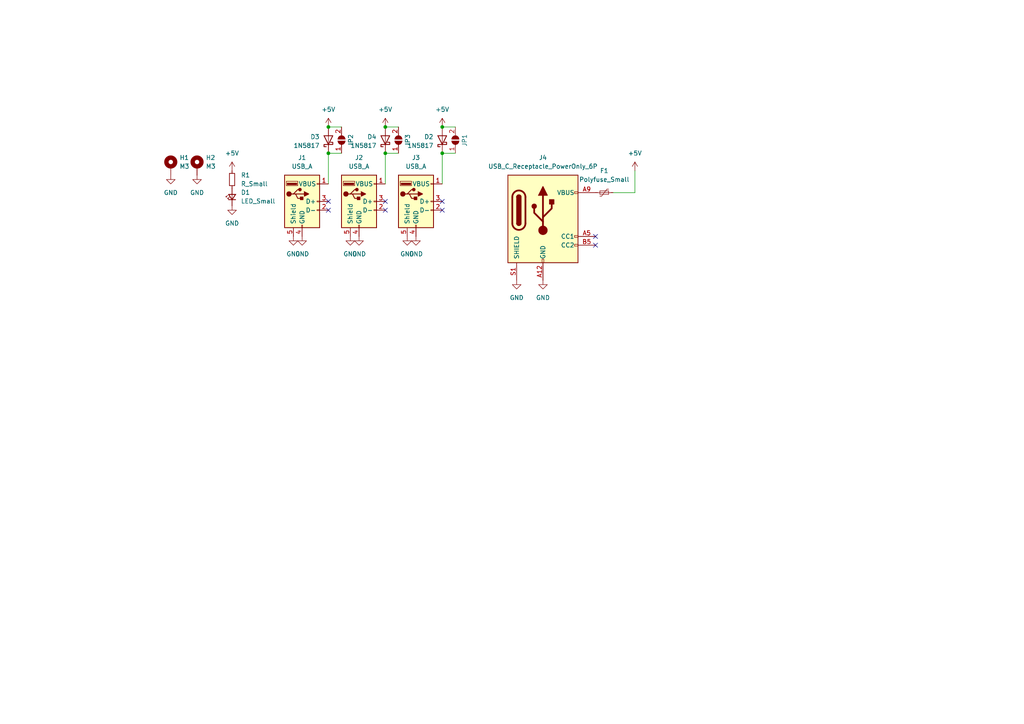
<source format=kicad_sch>
(kicad_sch (version 20230121) (generator eeschema)
  (paper "A4")
  (lib_symbols
    (symbol "Connector:USB_A" (pin_names (offset 1.016))
      (property "Reference" "J" (at -5.08 11.43 0))
      (property "Value" "USB_A" (at -5.08 8.89 0))
      (symbol "USB_A_0_1"
        (rectangle (start -5.08 -7.62) (end 5.08 7.62) (stroke (width 0.254)) (fill (type background)))
        (circle (center -3.81 2.159) (radius 0.635) (stroke (width 0.254)) (fill (type outline)))
        (rectangle (start -1.524 4.826) (end -4.318 5.334) (fill (type outline)))
        (rectangle (start -1.27 4.572) (end -4.572 5.842))
        (circle (center -0.635 3.429) (radius 0.381) (stroke (width 0.254)) (fill (type outline)))
        (rectangle (start -0.127 -7.62) (end 0.127 -6.858))
        (polyline (pts (xy -3.175 2.159) (xy -2.54 2.159) (xy -1.27 3.429) (xy -0.635 3.429)) (stroke (width 0.254)))
        (polyline (pts (xy -2.54 2.159) (xy -1.905 2.159) (xy -1.27 0.889) (xy 0 0.889)) (stroke (width 0.254)))
        (polyline (pts (xy 0.635 2.794) (xy 0.635 1.524) (xy 1.905 2.159) (xy 0.635 2.794)) (stroke (width 0.254)) (fill (type outline)))
        (rectangle (start 0.254 1.27) (end -0.508 0.508) (stroke (width 0.254)) (fill (type outline)))
        (rectangle (start 5.08 -2.667) (end 4.318 -2.413))
        (rectangle (start 5.08 -0.127) (end 4.318 0.127))
        (rectangle (start 5.08 4.953) (end 4.318 5.207))
      )
      (symbol "USB_A_1_1"
        (polyline (pts (xy -1.905 2.159) (xy 0.635 2.159)) (stroke (width 0.254)))
        (pin power_in line (at 7.62 5.08 180) (length 2.54) (name "VBUS") (number "1"))
        (pin bidirectional line (at 7.62 -2.54 180) (length 2.54) (name "D-") (number "2"))
        (pin bidirectional line (at 7.62 0 180) (length 2.54) (name "D+") (number "3"))
        (pin power_in line (at 0 -10.16 90) (length 2.54) (name "GND") (number "4"))
        (pin passive line (at -2.54 -10.16 90) (length 2.54) (name "Shield") (number "5"))
      )
    )
    (symbol "Connector:USB_C_Receptacle_PowerOnly_6P" (pin_names (offset 1.016))
      (property "Reference" "J" (at 0 16.51 0))
      (property "Value" "USB_C_Receptacle_PowerOnly_6P" (at 0 13.97 0))
      (symbol "USB_C_Receptacle_PowerOnly_6P_0_0"
        (rectangle (start -0.254 -12.7) (end 0.254 -11.684))
        (rectangle (start 10.16 -7.366) (end 9.144 -7.874))
        (rectangle (start 10.16 -4.826) (end 9.144 -5.334))
        (rectangle (start 10.16 7.874) (end 9.144 7.366))
      )
      (symbol "USB_C_Receptacle_PowerOnly_6P_0_1"
        (rectangle (start -10.16 12.7) (end 10.16 -12.7) (stroke (width 0.254)) (fill (type background)))
        (arc (start -8.89 -1.27) (mid -6.985 -3.1667) (end -5.08 -1.27) (stroke (width 0.508)))
        (arc (start -7.62 -1.27) (mid -6.985 -1.9023) (end -6.35 -1.27) (stroke (width 0.254)))
        (arc (start -7.62 -1.27) (mid -6.985 -1.9023) (end -6.35 -1.27) (stroke (width 0.254)) (fill (type outline)))
        (rectangle (start -7.62 -1.27) (end -6.35 6.35) (stroke (width 0.254)) (fill (type outline)))
        (arc (start -6.35 6.35) (mid -6.985 6.9823) (end -7.62 6.35) (stroke (width 0.254)))
        (arc (start -6.35 6.35) (mid -6.985 6.9823) (end -7.62 6.35) (stroke (width 0.254)) (fill (type outline)))
        (arc (start -5.08 6.35) (mid -6.985 8.2467) (end -8.89 6.35) (stroke (width 0.508)))
        (circle (center -2.54 3.683) (radius 0.635) (stroke (width 0.254)) (fill (type outline)))
        (circle (center 0 -3.302) (radius 1.27) (fill (type outline)))
        (polyline (pts (xy -8.89 -1.27) (xy -8.89 6.35)) (stroke (width 0.508)))
        (polyline (pts (xy -5.08 6.35) (xy -5.08 -1.27)) (stroke (width 0.508)))
        (polyline (pts (xy 0 -3.302) (xy 0 6.858)) (stroke (width 0.508)))
        (polyline (pts (xy 0 -0.762) (xy -2.54 1.778) (xy -2.54 3.048)) (stroke (width 0.508)))
        (polyline (pts (xy 0 0.508) (xy 2.54 3.048) (xy 2.54 4.318)) (stroke (width 0.508)))
        (polyline (pts (xy -1.27 6.858) (xy 0 9.398) (xy 1.27 6.858) (xy -1.27 6.858)) (stroke (width 0.254)) (fill (type outline)))
        (rectangle (start 1.905 4.318) (end 3.175 5.588) (stroke (width 0.254)) (fill (type outline)))
      )
      (symbol "USB_C_Receptacle_PowerOnly_6P_1_1"
        (pin passive line (at 0 -17.78 90) (length 5.08) (name "GND") (number "A12"))
        (pin bidirectional line (at 15.24 -5.08 180) (length 5.08) (name "CC1") (number "A5"))
        (pin passive line (at 15.24 7.62 180) (length 5.08) (name "VBUS") (number "A9"))
        (pin passive line (at 0 -17.78 90) (length 5.08) hide (name "GND") (number "B12"))
        (pin bidirectional line (at 15.24 -7.62 180) (length 5.08) (name "CC2") (number "B5"))
        (pin passive line (at 15.24 7.62 180) (length 5.08) hide (name "VBUS") (number "B9"))
        (pin passive line (at -7.62 -17.78 90) (length 5.08) (name "SHIELD") (number "S1"))
      )
    )
    (symbol "Device:LED_Small" (pin_numbers hide) (pin_names (offset 0.254) hide)
      (property "Reference" "D" (at -1.27 3.175 0))
      (property "Value" "LED_Small" (at -4.445 -2.54 0))
      (symbol "LED_Small_0_1"
        (polyline (pts (xy -0.762 -1.016) (xy -0.762 1.016)) (stroke (width 0.254)))
        (polyline (pts (xy 1.016 0) (xy -0.762 0)))
        (polyline (pts (xy 0.762 -1.016) (xy -0.762 0) (xy 0.762 1.016) (xy 0.762 -1.016)) (stroke (width 0.254)))
        (polyline (pts (xy 0 0.762) (xy -0.508 1.27) (xy -0.254 1.27) (xy -0.508 1.27) (xy -0.508 1.016)))
        (polyline (pts (xy 0.508 1.27) (xy 0 1.778) (xy 0.254 1.778) (xy 0 1.778) (xy 0 1.524)))
      )
      (symbol "LED_Small_1_1"
        (pin passive line (at -2.54 0 0) (length 1.778) (name "K") (number "1"))
        (pin passive line (at 2.54 0 180) (length 1.778) (name "A") (number "2"))
      )
    )
    (symbol "Device:Polyfuse_Small" (pin_numbers hide) (pin_names (offset 0))
      (property "Reference" "F" (at -1.905 0 90))
      (property "Value" "Polyfuse_Small" (at 1.905 0 90))
      (symbol "Polyfuse_Small_0_1"
        (rectangle (start -0.508 1.27) (end 0.508 -1.27))
        (polyline (pts (xy 0 2.54) (xy 0 -2.54)))
        (polyline (pts (xy -1.016 1.27) (xy -1.016 0.762) (xy 1.016 -0.762) (xy 1.016 -1.27)))
      )
      (symbol "Polyfuse_Small_1_1"
        (pin passive line (at 0 2.54 270) (length 0.635) (name "~") (number "1"))
        (pin passive line (at 0 -2.54 90) (length 0.635) (name "~") (number "2"))
      )
    )
    (symbol "Device:R_Small" (pin_numbers hide) (pin_names (offset 0.254) hide)
      (property "Reference" "R" (at 0.762 0.508 0))
      (property "Value" "R_Small" (at 0.762 -1.016 0))
      (symbol "R_Small_0_1"
        (rectangle (start -0.762 1.778) (end 0.762 -1.778) (stroke (width 0.2032)))
      )
      (symbol "R_Small_1_1"
        (pin passive line (at 0 2.54 270) (length 0.762) (name "~") (number "1"))
        (pin passive line (at 0 -2.54 90) (length 0.762) (name "~") (number "2"))
      )
    )
    (symbol "Diode:1N5817" (pin_numbers hide) (pin_names (offset 1.016) hide)
      (property "Reference" "D" (at 0 2.54 0))
      (property "Value" "1N5817" (at 0 -2.54 0))
      (symbol "1N5817_0_1"
        (polyline (pts (xy 1.27 0) (xy -1.27 0)))
        (polyline (pts (xy 1.27 1.27) (xy 1.27 -1.27) (xy -1.27 0) (xy 1.27 1.27)) (stroke (width 0.254)))
        (polyline (pts (xy -1.905 0.635) (xy -1.905 1.27) (xy -1.27 1.27) (xy -1.27 -1.27) (xy -0.635 -1.27) (xy -0.635 -0.635)) (stroke (width 0.254)))
      )
      (symbol "1N5817_1_1"
        (pin passive line (at -3.81 0 0) (length 2.54) (name "K") (number "1"))
        (pin passive line (at 3.81 0 180) (length 2.54) (name "A") (number "2"))
      )
    )
    (symbol "Jumper:SolderJumper_2_Open" (pin_names (offset 0) hide)
      (property "Reference" "JP" (at 0 2.032 0))
      (property "Value" "SolderJumper_2_Open" (at 0 -2.54 0))
      (symbol "SolderJumper_2_Open_0_1"
        (arc (start -0.254 1.016) (mid -1.2656 0) (end -0.254 -1.016))
        (arc (start -0.254 1.016) (mid -1.2656 0) (end -0.254 -1.016) (fill (type outline)))
        (polyline (pts (xy -0.254 1.016) (xy -0.254 -1.016)))
        (polyline (pts (xy 0.254 1.016) (xy 0.254 -1.016)))
        (arc (start 0.254 -1.016) (mid 1.2656 0) (end 0.254 1.016))
        (arc (start 0.254 -1.016) (mid 1.2656 0) (end 0.254 1.016) (fill (type outline)))
      )
      (symbol "SolderJumper_2_Open_1_1"
        (pin passive line (at -3.81 0 0) (length 2.54) (name "A") (number "1"))
        (pin passive line (at 3.81 0 180) (length 2.54) (name "B") (number "2"))
      )
    )
    (symbol "Mechanical:MountingHole_Pad" (pin_numbers hide) (pin_names (offset 1.016) hide)
      (property "Reference" "H" (at 0 6.35 0))
      (property "Value" "MountingHole_Pad" (at 0 4.445 0))
      (symbol "MountingHole_Pad_0_1"
        (circle (center 0 1.27) (radius 1.27) (stroke (width 1.27)))
      )
      (symbol "MountingHole_Pad_1_1"
        (pin input line (at 0 -2.54 90) (length 2.54) (name "1") (number "1"))
      )
    )
    (symbol "power:+5V" (power) (pin_names (offset 0))
      (property "Value" "+5V" (at 0 3.556 0))
      (symbol "+5V_0_1"
        (polyline (pts (xy -0.762 1.27) (xy 0 2.54)))
        (polyline (pts (xy 0 0) (xy 0 2.54)))
        (polyline (pts (xy 0 2.54) (xy 0.762 1.27)))
      )
      (symbol "+5V_1_1"
        (pin power_in line (at 0 0 90) (length 0) hide (name "+5V") (number "1"))
      )
    )
    (symbol "power:GND" (power) (pin_names (offset 0))
      (property "Value" "GND" (at 0 -3.81 0))
      (symbol "GND_0_1"
        (polyline (pts (xy 0 0) (xy 0 -1.27) (xy 1.27 -1.27) (xy 0 -2.54) (xy -1.27 -1.27) (xy 0 -1.27)))
      )
      (symbol "GND_1_1"
        (pin power_in line (at 0 0 270) (length 0) hide (name "GND") (number "1"))
      )
    )
  )
  (junction (at 111.76 44.45))
  (junction (at 95.25 44.45))
  (junction (at 95.25 36.83))
  (junction (at 111.76 36.83))
  (junction (at 128.27 44.45))
  (junction (at 128.27 36.83))
  (no_connect (at 95.25 60.96))
  (no_connect (at 128.27 58.42))
  (no_connect (at 95.25 58.42))
  (no_connect (at 172.72 68.58))
  (no_connect (at 111.76 60.96))
  (no_connect (at 128.27 60.96))
  (no_connect (at 172.72 71.12))
  (no_connect (at 111.76 58.42))
  (wire (pts (xy 95.25 44.45) (xy 99.06 44.45)))
  (wire (pts (xy 128.27 36.83) (xy 132.08 36.83)))
  (wire (pts (xy 111.76 44.45) (xy 115.57 44.45)))
  (wire (pts (xy 95.25 44.45) (xy 95.25 53.34)))
  (wire (pts (xy 128.27 44.45) (xy 132.08 44.45)))
  (wire (pts (xy 184.15 49.53) (xy 184.15 55.88)))
  (wire (pts (xy 184.15 55.88) (xy 177.8 55.88)))
  (wire (pts (xy 111.76 44.45) (xy 111.76 53.34)))
  (wire (pts (xy 95.25 36.83) (xy 99.06 36.83)))
  (wire (pts (xy 128.27 44.45) (xy 128.27 53.34)))
  (wire (pts (xy 111.76 36.83) (xy 115.57 36.83)))
  (symbol (lib_id "Diode:1N5817") (at 95.25 40.64 90) (unit 1)
    (property "Reference" "D3" (at 92.71 39.6875 90) (effects (justify left)))
    (property "Value" "1N5817" (at 92.71 42.2275 90) (effects (justify left)))
    (property "Footprint" "Diode_THT:D_DO-41_SOD81_P10.16mm_Horizontal" (effects hide))
    (property "Datasheet" "http://www.vishay.com/docs/88525/1n5817.pdf" (effects hide))
  )
  (symbol (lib_id "Device:Polyfuse_Small") (at 175.26 55.88 90) (unit 1)
    (property "Reference" "F1" (at 175.26 49.53 90))
    (property "Value" "Polyfuse_Small" (at 175.26 52.07 90))
    (property "Footprint" "PCM_Fuse_US_AKL:Fuse_Littelfuse-LVR200" (effects hide))
  )
  (symbol (lib_id "power:+5V") (at 184.15 49.53 0) (unit 1)
    (property "Reference" "#PWR014" (effects hide))
    (property "Value" "+5V" (at 184.15 44.45 0))
  )
  (symbol (lib_id "Device:LED_Small") (at 67.31 57.15 90) (unit 1)
    (property "Reference" "D1" (at 69.85 55.8165 90) (effects (justify right)))
    (property "Value" "LED_Small" (at 69.85 58.3565 90) (effects (justify right)))
    (property "Footprint" "LED_THT:LED_D5.0mm_Horizontal_O1.27mm_Z3.0mm" (effects hide))
  )
  (symbol (lib_id "power:GND") (at 85.09 68.58 0) (unit 1)
    (property "Reference" "#PWR02" (effects hide))
    (property "Value" "GND" (at 85.09 73.66 0))
  )
  (symbol (lib_id "Jumper:SolderJumper_2_Open") (at 99.06 40.64 90) (unit 1)
    (property "Reference" "JP2" (at 101.7204 38.8739 0) (effects (justify right)))
    (property "Value" "SolderJumper_2_Open" (effects hide))
    (property "Footprint" "Jumper:SolderJumper-2_P1.3mm_Open_Pad1.0x1.5mm" (effects hide))
  )
  (symbol (lib_id "power:GND") (at 57.15 50.8 0) (unit 1)
    (property "Reference" "#PWR011" (effects hide))
    (property "Value" "GND" (at 57.15 55.88 0))
  )
  (symbol (lib_id "Connector:USB_C_Receptacle_PowerOnly_6P") (at 157.48 63.5 0) (unit 1)
    (property "Reference" "J4" (at 157.48 45.72 0))
    (property "Value" "USB_C_Receptacle_PowerOnly_6P" (at 157.48 48.26 0))
    (property "Footprint" "Connector_USB:USB_C_Receptacle_GCT_USB4125-xx-x_6P_TopMnt_Horizontal" (effects hide))
    (property "Datasheet" "https://www.usb.org/sites/default/files/documents/usb_type-c.zip" (effects hide))
  )
  (symbol (lib_id "power:GND") (at 149.86 81.28 0) (unit 1)
    (property "Reference" "#PWR016" (effects hide))
    (property "Value" "GND" (at 149.86 86.36 0))
  )
  (symbol (lib_id "Diode:1N5817") (at 128.27 40.64 90) (unit 1)
    (property "Reference" "D2" (at 125.73 39.6875 90) (effects (justify left)))
    (property "Value" "1N5817" (at 125.73 42.2275 90) (effects (justify left)))
    (property "Footprint" "Diode_THT:D_DO-41_SOD81_P10.16mm_Horizontal" (effects hide))
    (property "Datasheet" "http://www.vishay.com/docs/88525/1n5817.pdf" (effects hide))
  )
  (symbol (lib_id "Connector:USB_A") (at 87.63 58.42 0) (unit 1)
    (property "Reference" "J1" (at 87.63 45.72 0))
    (property "Value" "USB_A" (at 87.63 48.26 0))
    (property "Footprint" "Connector_USB:USB_A_Molex_67643_Horizontal" (effects hide))
    (property "Datasheet" " ~" (effects hide))
  )
  (symbol (lib_id "Jumper:SolderJumper_2_Open") (at 115.57 40.64 90) (unit 1)
    (property "Reference" "JP3" (at 118.2304 38.8739 0) (effects (justify right)))
    (property "Value" "SolderJumper_2_Open" (effects hide))
    (property "Footprint" "Jumper:SolderJumper-2_P1.3mm_Open_Pad1.0x1.5mm" (effects hide))
  )
  (symbol (lib_id "power:+5V") (at 95.25 36.83 0) (unit 1)
    (property "Reference" "#PWR06" (effects hide))
    (property "Value" "+5V" (at 95.25 31.75 0))
  )
  (symbol (lib_id "Connector:USB_A") (at 120.65 58.42 0) (unit 1)
    (property "Reference" "J3" (at 120.65 45.72 0))
    (property "Value" "USB_A" (at 120.65 48.26 0))
    (property "Footprint" "Connector_USB:USB_A_Molex_67643_Horizontal" (effects hide))
    (property "Datasheet" " ~" (effects hide))
  )
  (symbol (lib_id "power:GND") (at 101.6 68.58 0) (unit 1)
    (property "Reference" "#PWR04" (effects hide))
    (property "Value" "GND" (at 101.6 73.66 0))
  )
  (symbol (lib_id "power:GND") (at 104.14 68.58 0) (unit 1)
    (property "Reference" "#PWR05" (effects hide))
    (property "Value" "GND" (at 104.14 73.66 0))
  )
  (symbol (lib_id "Mechanical:MountingHole_Pad") (at 49.53 48.26 0) (unit 1)
    (property "Reference" "H1" (at 52.07 45.72 0) (effects (justify left)))
    (property "Value" "M3" (at 52.07 48.26 0) (effects (justify left)))
    (property "Footprint" "MountingHole:MountingHole_3.2mm_M3_Pad_Via" (effects hide))
  )
  (symbol (lib_id "power:GND") (at 118.11 68.58 0) (unit 1)
    (property "Reference" "#PWR07" (effects hide))
    (property "Value" "GND" (at 118.11 73.66 0))
  )
  (symbol (lib_id "Jumper:SolderJumper_2_Open") (at 132.08 40.64 90) (unit 1)
    (property "Reference" "JP1" (at 134.7404 38.8739 0) (effects (justify right)))
    (property "Value" "SolderJumper_2_Open" (effects hide))
    (property "Footprint" "Jumper:SolderJumper-2_P1.3mm_Open_Pad1.0x1.5mm" (effects hide))
  )
  (symbol (lib_id "Device:R_Small") (at 67.31 52.07 0) (unit 1)
    (property "Reference" "R1" (at 69.85 50.8 0) (effects (justify left)))
    (property "Value" "R_Small" (at 69.85 53.34 0) (effects (justify left)))
    (property "Footprint" "Resistor_SMD:R_1206_3216Metric_Pad1.30x1.75mm_HandSolder" (effects hide))
  )
  (symbol (lib_id "power:GND") (at 67.31 59.69 0) (unit 1)
    (property "Reference" "#PWR012" (effects hide))
    (property "Value" "GND" (at 67.31 64.77 0))
  )
  (symbol (lib_id "power:+5V") (at 67.31 49.53 0) (unit 1)
    (property "Reference" "#PWR013" (effects hide))
    (property "Value" "+5V" (at 67.31 44.45 0))
  )
  (symbol (lib_id "Mechanical:MountingHole_Pad") (at 57.15 48.26 0) (unit 1)
    (property "Reference" "H2" (at 59.69 45.72 0) (effects (justify left)))
    (property "Value" "M3" (at 59.69 48.26 0) (effects (justify left)))
    (property "Footprint" "MountingHole:MountingHole_3.2mm_M3_Pad_Via" (effects hide))
  )
  (symbol (lib_id "power:+5V") (at 111.76 36.83 0) (unit 1)
    (property "Reference" "#PWR09" (effects hide))
    (property "Value" "+5V" (at 111.76 31.75 0))
  )
  (symbol (lib_id "power:+5V") (at 128.27 36.83 0) (unit 1)
    (property "Reference" "#PWR03" (effects hide))
    (property "Value" "+5V" (at 128.27 31.75 0))
  )
  (symbol (lib_id "Connector:USB_A") (at 104.14 58.42 0) (unit 1)
    (property "Reference" "J2" (at 104.14 45.72 0))
    (property "Value" "USB_A" (at 104.14 48.26 0))
    (property "Footprint" "Connector_USB:USB_A_Molex_67643_Horizontal" (effects hide))
    (property "Datasheet" " ~" (effects hide))
  )
  (symbol (lib_id "Diode:1N5817") (at 111.76 40.64 90) (unit 1)
    (property "Reference" "D4" (at 109.22 39.6875 90) (effects (justify left)))
    (property "Value" "1N5817" (at 109.22 42.2275 90) (effects (justify left)))
    (property "Footprint" "Diode_THT:D_DO-41_SOD81_P10.16mm_Horizontal" (effects hide))
    (property "Datasheet" "http://www.vishay.com/docs/88525/1n5817.pdf" (effects hide))
  )
  (symbol (lib_id "power:GND") (at 120.65 68.58 0) (unit 1)
    (property "Reference" "#PWR08" (effects hide))
    (property "Value" "GND" (at 120.65 73.66 0))
  )
  (symbol (lib_id "power:GND") (at 157.48 81.28 0) (unit 1)
    (property "Reference" "#PWR015" (effects hide))
    (property "Value" "GND" (at 157.48 86.36 0))
  )
  (symbol (lib_id "power:GND") (at 87.63 68.58 0) (unit 1)
    (property "Reference" "#PWR01" (effects hide))
    (property "Value" "GND" (at 87.63 73.66 0))
  )
  (symbol (lib_id "power:GND") (at 49.53 50.8 0) (unit 1)
    (property "Reference" "#PWR010" (effects hide))
    (property "Value" "GND" (at 49.53 55.88 0))
  )
)
</source>
